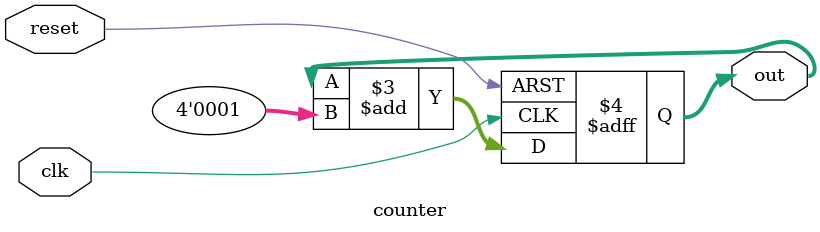
<source format=v>
module counter(input clk, reset, output [3:0] out);
	
	// 4-bit up counter
	reg out;
	always @ (posedge clk, posedge reset)
	begin
		if(!reset)
			out <= out + 4'b0001;
			// out <= out + 4'b0010;
		else
			out = 4'b0000;
	end	

endmodule

</source>
